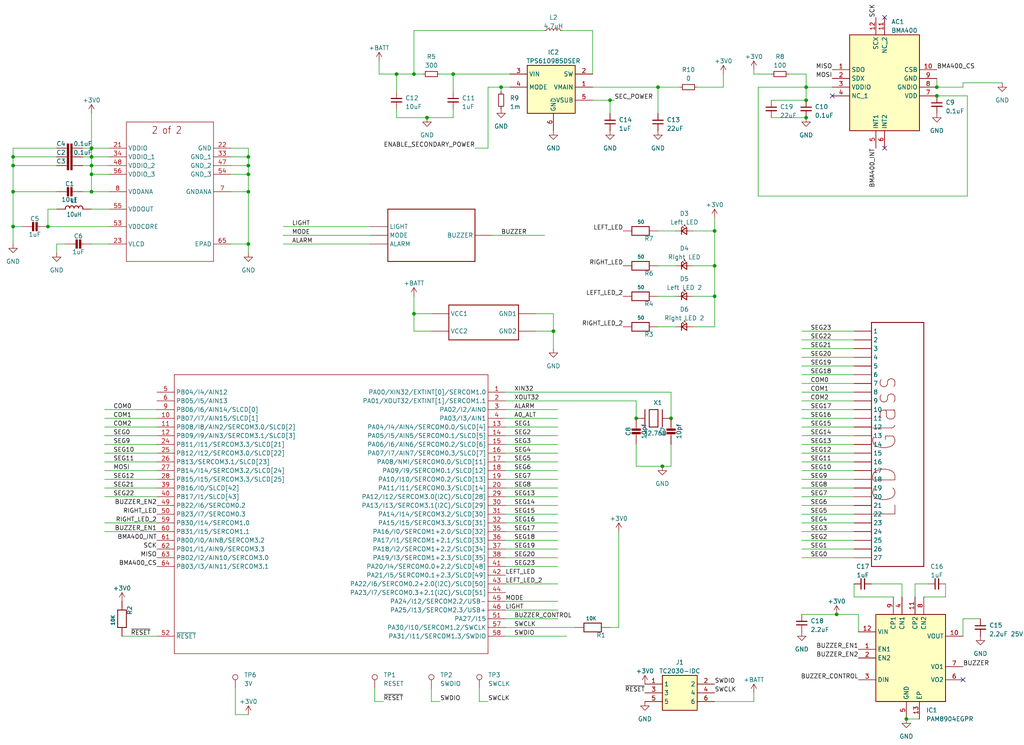
<source format=kicad_sch>
(kicad_sch (version 20230121) (generator eeschema)
  (paper "User" 298.45 217.17)
  (junction (at 3.81 55.88))
  (junction (at 72.39 48.26))
  (junction (at 234.95 29.21))
  (junction (at 146.05 25.4))
  (junction (at 26.67 43.18))
  (junction (at 3.81 66.04))
  (junction (at 120.65 91.44))
  (junction (at 273.05 27.94))
  (junction (at 234.95 34.29))
  (junction (at 72.39 71.12))
  (junction (at 124.46 34.29))
  (junction (at 273.05 25.4))
  (junction (at 185.42 121.92))
  (junction (at 161.29 96.52))
  (junction (at 26.67 45.72))
  (junction (at 193.04 135.89))
  (junction (at 26.67 55.88))
  (junction (at 208.28 86.36))
  (junction (at 26.67 50.8))
  (junction (at 26.67 48.26))
  (junction (at 3.81 45.72))
  (junction (at 208.28 67.31))
  (junction (at 195.58 121.92))
  (junction (at 115.57 21.59))
  (junction (at 72.39 55.88))
  (junction (at 191.77 25.4))
  (junction (at 243.84 179.07))
  (junction (at 264.16 209.55))
  (junction (at 234.95 25.4))
  (junction (at 3.81 48.26))
  (junction (at 132.08 21.59))
  (junction (at 208.28 77.47))
  (junction (at 72.39 50.8))
  (junction (at 120.65 21.59))
  (junction (at 13.97 66.04))
  (junction (at 177.8 29.21))
  (junction (at 72.39 45.72))
  (no_connect (at 257.81 43.18))
  (no_connect (at 257.81 5.08))
  (no_connect (at 242.57 27.94))
  (no_connect (at 280.67 198.12))
  (wire (pts (xy 72.39 55.88) (xy 72.39 71.12)) (stroke (width 0.1524)))
  (wire (pts (xy 3.81 43.18) (xy 16.51 43.18)) (stroke (width 0.1524)))
  (wire (pts (xy 208.28 204.47) (xy 219.71 204.47)))
  (wire (pts (xy 132.08 21.59) (xy 132.08 26.67)))
  (wire (pts (xy 162.56 177.8) (xy 147.32 177.8)) (stroke (width 0.1524)))
  (wire (pts (xy 233.68 139.7) (xy 248.92 139.7)) (stroke (width 0.1524)))
  (wire (pts (xy 30.48 132.08) (xy 45.72 132.08)) (stroke (width 0.1524)))
  (wire (pts (xy 13.97 60.96) (xy 13.97 66.04)) (stroke (width 0.1524)))
  (wire (pts (xy 3.81 48.26) (xy 3.81 45.72)) (stroke (width 0.1524)))
  (wire (pts (xy 6.35 66.04) (xy 3.81 66.04)) (stroke (width 0.1524)))
  (wire (pts (xy 3.81 66.04) (xy 3.81 55.88)) (stroke (width 0.1524)))
  (wire (pts (xy 26.67 50.8) (xy 31.75 50.8)) (stroke (width 0.1524)))
  (wire (pts (xy 219.71 21.59) (xy 224.79 21.59)))
  (wire (pts (xy 243.84 179.07) (xy 250.19 179.07)))
  (wire (pts (xy 191.77 25.4) (xy 198.12 25.4)))
  (wire (pts (xy 233.68 152.4) (xy 248.92 152.4)) (stroke (width 0.1524)))
  (wire (pts (xy 250.19 184.15) (xy 250.19 179.07)))
  (wire (pts (xy 193.04 135.89) (xy 185.42 135.89)))
  (wire (pts (xy 147.32 157.48) (xy 162.56 157.48)) (stroke (width 0.1524)))
  (wire (pts (xy 219.71 204.47) (xy 219.71 201.93)))
  (wire (pts (xy 233.68 142.24) (xy 248.92 142.24)) (stroke (width 0.1524)))
  (wire (pts (xy 233.68 96.52) (xy 248.92 96.52)) (stroke (width 0.1524)))
  (wire (pts (xy 180.34 154.94) (xy 180.34 182.88)) (stroke (width 0.1524)))
  (wire (pts (xy 3.81 45.72) (xy 3.81 43.18)) (stroke (width 0.1524)))
  (wire (pts (xy 191.77 95.25) (xy 196.85 95.25)))
  (wire (pts (xy 191.77 67.31) (xy 196.85 67.31)))
  (wire (pts (xy 158.75 8.89) (xy 120.65 8.89)))
  (wire (pts (xy 234.95 25.4) (xy 220.98 25.4)))
  (wire (pts (xy 115.57 21.59) (xy 115.57 26.67)))
  (wire (pts (xy 220.98 25.4) (xy 220.98 57.15)))
  (wire (pts (xy 219.71 20.32) (xy 219.71 21.59)))
  (wire (pts (xy 139.7 204.47) (xy 142.24 204.47)))
  (wire (pts (xy 109.22 200.66) (xy 109.22 204.47)))
  (wire (pts (xy 26.67 50.8) (xy 26.67 48.26)) (stroke (width 0.1524)))
  (wire (pts (xy 224.79 34.29) (xy 234.95 34.29)))
  (wire (pts (xy 147.32 139.7) (xy 162.56 139.7)) (stroke (width 0.1524)))
  (wire (pts (xy 31.75 48.26) (xy 26.67 48.26)) (stroke (width 0.1524)))
  (wire (pts (xy 30.48 127) (xy 45.72 127)) (stroke (width 0.1524)))
  (wire (pts (xy 172.72 8.89) (xy 163.83 8.89)))
  (wire (pts (xy 233.68 144.78) (xy 248.92 144.78)) (stroke (width 0.1524)))
  (wire (pts (xy 208.28 63.5) (xy 208.28 67.31)))
  (wire (pts (xy 147.32 132.08) (xy 162.56 132.08)) (stroke (width 0.1524)))
  (wire (pts (xy 107.95 66.04) (xy 82.55 66.04)) (stroke (width 0.1524)))
  (wire (pts (xy 233.68 160.02) (xy 248.92 160.02)) (stroke (width 0.1524)))
  (wire (pts (xy 128.27 21.59) (xy 132.08 21.59)))
  (wire (pts (xy 107.95 71.12) (xy 82.55 71.12)) (stroke (width 0.1524)))
  (wire (pts (xy 26.67 43.18) (xy 24.13 43.18)) (stroke (width 0.1524)))
  (wire (pts (xy 67.31 71.12) (xy 72.39 71.12)) (stroke (width 0.1524)))
  (wire (pts (xy 30.48 154.94) (xy 45.72 154.94)) (stroke (width 0.1524)))
  (wire (pts (xy 26.67 45.72) (xy 26.67 43.18)) (stroke (width 0.1524)))
  (wire (pts (xy 248.92 173.99) (xy 248.92 170.18)))
  (wire (pts (xy 273.05 25.4) (xy 280.67 25.4)))
  (wire (pts (xy 260.35 173.99) (xy 248.92 173.99)))
  (wire (pts (xy 115.57 21.59) (xy 110.49 21.59)))
  (wire (pts (xy 67.31 45.72) (xy 72.39 45.72)) (stroke (width 0.1524)))
  (wire (pts (xy 233.68 149.86) (xy 248.92 149.86)) (stroke (width 0.1524)))
  (wire (pts (xy 233.68 157.48) (xy 248.92 157.48)) (stroke (width 0.1524)))
  (wire (pts (xy 30.48 139.7) (xy 45.72 139.7)) (stroke (width 0.1524)))
  (wire (pts (xy 269.24 173.99) (xy 275.59 173.99)))
  (wire (pts (xy 82.55 68.58) (xy 107.95 68.58)) (stroke (width 0.1524)))
  (wire (pts (xy 26.67 45.72) (xy 24.13 45.72)) (stroke (width 0.1524)))
  (wire (pts (xy 147.32 182.88) (xy 167.64 182.88)) (stroke (width 0.1524)))
  (wire (pts (xy 147.32 142.24) (xy 162.56 142.24)) (stroke (width 0.1524)))
  (wire (pts (xy 220.98 57.15) (xy 281.94 57.15)))
  (wire (pts (xy 229.87 21.59) (xy 234.95 21.59)))
  (wire (pts (xy 233.68 99.06) (xy 248.92 99.06)) (stroke (width 0.1524)))
  (wire (pts (xy 16.51 71.12) (xy 19.05 71.12)) (stroke (width 0.1524)))
  (wire (pts (xy 147.32 129.54) (xy 162.56 129.54)) (stroke (width 0.1524)))
  (wire (pts (xy 205.74 67.31) (xy 208.28 67.31)) (stroke (width 0.1524)))
  (wire (pts (xy 233.68 162.56) (xy 248.92 162.56)) (stroke (width 0.1524)))
  (wire (pts (xy 262.89 170.18) (xy 254 170.18)))
  (wire (pts (xy 16.51 55.88) (xy 3.81 55.88)) (stroke (width 0.1524)))
  (wire (pts (xy 138.43 43.18) (xy 142.24 43.18)))
  (wire (pts (xy 172.72 29.21) (xy 177.8 29.21)))
  (wire (pts (xy 16.51 48.26) (xy 3.81 48.26)) (stroke (width 0.1524)))
  (wire (pts (xy 147.32 185.42) (xy 165.1 185.42)) (stroke (width 0.1524)))
  (wire (pts (xy 177.8 29.21) (xy 177.8 33.02)))
  (wire (pts (xy 120.65 8.89) (xy 120.65 21.59)))
  (wire (pts (xy 233.68 179.07) (xy 243.84 179.07)))
  (wire (pts (xy 161.29 96.52) (xy 161.29 101.6)) (stroke (width 0.1524)))
  (wire (pts (xy 24.13 55.88) (xy 26.67 55.88)) (stroke (width 0.1524)))
  (wire (pts (xy 68.58 200.66) (xy 68.58 208.28)))
  (wire (pts (xy 233.68 154.94) (xy 248.92 154.94)) (stroke (width 0.1524)))
  (wire (pts (xy 248.92 116.84) (xy 233.68 116.84)) (stroke (width 0.1524)))
  (wire (pts (xy 35.56 185.42) (xy 45.72 185.42)) (stroke (width 0.1524)))
  (wire (pts (xy 72.39 48.26) (xy 72.39 50.8)) (stroke (width 0.1524)))
  (wire (pts (xy 72.39 43.18) (xy 72.39 45.72)) (stroke (width 0.1524)))
  (wire (pts (xy 233.68 132.08) (xy 248.92 132.08)) (stroke (width 0.1524)))
  (wire (pts (xy 31.75 45.72) (xy 26.67 45.72)) (stroke (width 0.1524)))
  (wire (pts (xy 242.57 25.4) (xy 234.95 25.4)))
  (wire (pts (xy 233.68 129.54) (xy 248.92 129.54)) (stroke (width 0.1524)))
  (wire (pts (xy 16.51 45.72) (xy 3.81 45.72)) (stroke (width 0.1524)))
  (wire (pts (xy 45.72 124.46) (xy 30.48 124.46)) (stroke (width 0.1524)))
  (wire (pts (xy 275.59 173.99) (xy 275.59 170.18)))
  (wire (pts (xy 233.68 104.14) (xy 248.92 104.14)) (stroke (width 0.1524)))
  (wire (pts (xy 67.31 48.26) (xy 72.39 48.26)) (stroke (width 0.1524)))
  (wire (pts (xy 234.95 21.59) (xy 234.95 25.4)))
  (wire (pts (xy 162.56 121.92) (xy 147.32 121.92)) (stroke (width 0.1524)))
  (wire (pts (xy 120.65 96.52) (xy 125.73 96.52)) (stroke (width 0.1524)))
  (wire (pts (xy 147.32 152.4) (xy 162.56 152.4)) (stroke (width 0.1524)))
  (wire (pts (xy 68.58 208.28) (xy 72.39 208.28)))
  (wire (pts (xy 233.68 127) (xy 248.92 127)) (stroke (width 0.1524)))
  (wire (pts (xy 273.05 27.94) (xy 281.94 27.94)))
  (wire (pts (xy 147.32 144.78) (xy 162.56 144.78)) (stroke (width 0.1524)))
  (wire (pts (xy 162.56 170.18) (xy 147.32 170.18)) (stroke (width 0.1524)))
  (wire (pts (xy 125.73 204.47) (xy 128.27 204.47)))
  (wire (pts (xy 115.57 34.29) (xy 115.57 31.75)))
  (wire (pts (xy 125.73 200.66) (xy 125.73 204.47)))
  (wire (pts (xy 31.75 66.04) (xy 13.97 66.04)) (stroke (width 0.1524)))
  (wire (pts (xy 233.68 121.92) (xy 248.92 121.92)) (stroke (width 0.1524)))
  (wire (pts (xy 31.75 43.18) (xy 26.67 43.18)) (stroke (width 0.1524)))
  (wire (pts (xy 172.72 21.59) (xy 172.72 8.89)))
  (wire (pts (xy 16.51 60.96) (xy 13.97 60.96)) (stroke (width 0.1524)))
  (wire (pts (xy 125.73 91.44) (xy 120.65 91.44)) (stroke (width 0.1524)))
  (wire (pts (xy 233.68 109.22) (xy 248.92 109.22)) (stroke (width 0.1524)))
  (wire (pts (xy 147.32 114.3) (xy 195.58 114.3)) (stroke (width 0.1524)))
  (wire (pts (xy 142.24 25.4) (xy 146.05 25.4)))
  (wire (pts (xy 156.21 96.52) (xy 161.29 96.52)) (stroke (width 0.1524)))
  (wire (pts (xy 266.7 173.99) (xy 266.7 170.18)))
  (wire (pts (xy 67.31 43.18) (xy 72.39 43.18)) (stroke (width 0.1524)))
  (wire (pts (xy 280.67 24.13) (xy 292.1 24.13)))
  (wire (pts (xy 109.22 204.47) (xy 111.76 204.47)))
  (wire (pts (xy 201.93 86.36) (xy 208.28 86.36)))
  (wire (pts (xy 185.42 116.84) (xy 147.32 116.84)) (stroke (width 0.1524)))
  (wire (pts (xy 248.92 114.3) (xy 233.68 114.3)) (stroke (width 0.1524)))
  (wire (pts (xy 280.67 180.34) (xy 285.75 180.34)))
  (wire (pts (xy 201.93 77.47) (xy 205.74 77.47)))
  (wire (pts (xy 31.75 55.88) (xy 26.67 55.88)) (stroke (width 0.1524)))
  (wire (pts (xy 195.58 114.3) (xy 195.58 121.92)) (stroke (width 0.1524)))
  (wire (pts (xy 162.56 180.34) (xy 147.32 180.34)) (stroke (width 0.1524)))
  (wire (pts (xy 147.32 124.46) (xy 162.56 124.46)) (stroke (width 0.1524)))
  (wire (pts (xy 172.72 25.4) (xy 191.77 25.4)))
  (wire (pts (xy 132.08 31.75) (xy 132.08 34.29)))
  (wire (pts (xy 162.56 119.38) (xy 147.32 119.38)) (stroke (width 0.1524)))
  (wire (pts (xy 16.51 73.66) (xy 16.51 71.12)) (stroke (width 0.1524)))
  (wire (pts (xy 191.77 77.47) (xy 196.85 77.47)))
  (wire (pts (xy 26.67 48.26) (xy 24.13 48.26)) (stroke (width 0.1524)))
  (wire (pts (xy 233.68 101.6) (xy 248.92 101.6)) (stroke (width 0.1524)))
  (wire (pts (xy 273.05 22.86) (xy 273.05 25.4)))
  (wire (pts (xy 146.05 25.4) (xy 148.59 25.4)))
  (wire (pts (xy 191.77 86.36) (xy 196.85 86.36)))
  (wire (pts (xy 30.48 142.24) (xy 45.72 142.24)) (stroke (width 0.1524)))
  (wire (pts (xy 72.39 50.8) (xy 72.39 55.88)) (stroke (width 0.1524)))
  (wire (pts (xy 185.42 121.92) (xy 185.42 116.84)) (stroke (width 0.1524)))
  (wire (pts (xy 67.31 50.8) (xy 72.39 50.8)) (stroke (width 0.1524)))
  (wire (pts (xy 142.24 43.18) (xy 142.24 25.4)))
  (wire (pts (xy 208.28 67.31) (xy 208.28 77.47)) (stroke (width 0.1524)))
  (wire (pts (xy 132.08 21.59) (xy 148.59 21.59)))
  (wire (pts (xy 201.93 95.25) (xy 208.28 95.25)))
  (wire (pts (xy 201.93 67.31) (xy 205.74 67.31)))
  (wire (pts (xy 262.89 173.99) (xy 262.89 170.18)))
  (wire (pts (xy 147.32 134.62) (xy 162.56 134.62)) (stroke (width 0.1524)))
  (wire (pts (xy 3.81 55.88) (xy 3.81 48.26)) (stroke (width 0.1524)))
  (wire (pts (xy 72.39 55.88) (xy 67.31 55.88)) (stroke (width 0.1524)))
  (wire (pts (xy 147.32 162.56) (xy 162.56 162.56)) (stroke (width 0.1524)))
  (wire (pts (xy 72.39 71.12) (xy 72.39 73.66)) (stroke (width 0.1524)))
  (wire (pts (xy 110.49 21.59) (xy 110.49 17.78)))
  (wire (pts (xy 205.74 77.47) (xy 208.28 77.47)) (stroke (width 0.1524)))
  (wire (pts (xy 147.32 165.1) (xy 162.56 165.1)) (stroke (width 0.1524)))
  (wire (pts (xy 233.68 147.32) (xy 248.92 147.32)) (stroke (width 0.1524)))
  (wire (pts (xy 147.32 147.32) (xy 162.56 147.32)) (stroke (width 0.1524)))
  (wire (pts (xy 161.29 91.44) (xy 161.29 96.52)) (stroke (width 0.1524)))
  (wire (pts (xy 124.46 34.29) (xy 115.57 34.29)))
  (wire (pts (xy 30.48 137.16) (xy 45.72 137.16)) (stroke (width 0.1524)))
  (wire (pts (xy 203.2 25.4) (xy 210.82 25.4)))
  (wire (pts (xy 248.92 111.76) (xy 233.68 111.76)) (stroke (width 0.1524)))
  (wire (pts (xy 185.42 135.89) (xy 185.42 129.54)))
  (wire (pts (xy 281.94 27.94) (xy 281.94 57.15)))
  (wire (pts (xy 158.75 68.58) (xy 143.51 68.58)) (stroke (width 0.1524)))
  (wire (pts (xy 210.82 25.4) (xy 210.82 21.59)))
  (wire (pts (xy 233.68 106.68) (xy 248.92 106.68)) (stroke (width 0.1524)))
  (wire (pts (xy 233.68 137.16) (xy 248.92 137.16)) (stroke (width 0.1524)))
  (wire (pts (xy 30.48 134.62) (xy 45.72 134.62)) (stroke (width 0.1524)))
  (wire (pts (xy 120.65 21.59) (xy 123.19 21.59)))
  (wire (pts (xy 147.32 149.86) (xy 162.56 149.86)) (stroke (width 0.1524)))
  (wire (pts (xy 208.28 95.25) (xy 208.28 86.36)))
  (wire (pts (xy 31.75 71.12) (xy 26.67 71.12)) (stroke (width 0.1524)))
  (wire (pts (xy 26.67 48.26) (xy 26.67 45.72)) (stroke (width 0.1524)))
  (wire (pts (xy 161.29 91.44) (xy 156.21 91.44)) (stroke (width 0.1524)))
  (wire (pts (xy 266.7 170.18) (xy 270.51 170.18)))
  (wire (pts (xy 233.68 134.62) (xy 248.92 134.62)) (stroke (width 0.1524)))
  (wire (pts (xy 280.67 25.4) (xy 280.67 24.13)))
  (wire (pts (xy 139.7 200.66) (xy 139.7 204.47)))
  (wire (pts (xy 234.95 25.4) (xy 234.95 29.21)))
  (wire (pts (xy 177.8 29.21) (xy 179.07 29.21)))
  (wire (pts (xy 45.72 121.92) (xy 30.48 121.92)) (stroke (width 0.1524)))
  (wire (pts (xy 120.65 21.59) (xy 115.57 21.59)))
  (wire (pts (xy 233.68 119.38) (xy 248.92 119.38)) (stroke (width 0.1524)))
  (wire (pts (xy 72.39 45.72) (xy 72.39 48.26)) (stroke (width 0.1524)))
  (wire (pts (xy 30.48 129.54) (xy 45.72 129.54)) (stroke (width 0.1524)))
  (wire (pts (xy 264.16 209.55) (xy 267.97 209.55)))
  (wire (pts (xy 147.32 154.94) (xy 162.56 154.94)) (stroke (width 0.1524)))
  (wire (pts (xy 195.58 129.54) (xy 195.58 135.89)))
  (wire (pts (xy 208.28 86.36) (xy 208.28 77.47)))
  (wire (pts (xy 146.05 25.4) (xy 146.05 26.67)))
  (wire (pts (xy 224.79 29.21) (xy 234.95 29.21)))
  (wire (pts (xy 147.32 160.02) (xy 162.56 160.02)) (stroke (width 0.1524)))
  (wire (pts (xy 132.08 34.29) (xy 124.46 34.29)))
  (wire (pts (xy 26.67 55.88) (xy 26.67 50.8)) (stroke (width 0.1524)))
  (wire (pts (xy 162.56 175.26) (xy 147.32 175.26)) (stroke (width 0.1524)))
  (wire (pts (xy 30.48 152.4) (xy 45.72 152.4)) (stroke (width 0.1524)))
  (wire (pts (xy 177.8 182.88) (xy 180.34 182.88)) (stroke (width 0.1524)))
  (wire (pts (xy 30.48 144.78) (xy 45.72 144.78)) (stroke (width 0.1524)))
  (wire (pts (xy 45.72 119.38) (xy 30.48 119.38)) (stroke (width 0.1524)))
  (wire (pts (xy 31.75 60.96) (xy 26.67 60.96)) (stroke (width 0.1524)))
  (wire (pts (xy 147.32 137.16) (xy 162.56 137.16)) (stroke (width 0.1524)))
  (wire (pts (xy 233.68 124.46) (xy 248.92 124.46)) (stroke (width 0.1524)))
  (wire (pts (xy 280.67 185.42) (xy 280.67 180.34)))
  (wire (pts (xy 191.77 25.4) (xy 191.77 33.02)))
  (wire (pts (xy 147.32 127) (xy 162.56 127)) (stroke (width 0.1524)))
  (wire (pts (xy 195.58 135.89) (xy 193.04 135.89)))
  (wire (pts (xy 120.65 86.36) (xy 120.65 91.44)) (stroke (width 0.1524)))
  (wire (pts (xy 120.65 91.44) (xy 120.65 96.52)) (stroke (width 0.1524)))
  (wire (pts (xy 26.67 43.18) (xy 26.67 33.02)) (stroke (width 0.1524)))
  (wire (pts (xy 3.81 66.04) (xy 3.81 71.12)) (stroke (width 0.1524)))
  (text "Based on: arm-watch by @gregdavill, GoodWatch by\n@travisgoodspeed, and Pluto by Lukas K / carrotIndustries" (at 217.17 226.06 0) (effects (font (size 1.778 1.5113)) (justify left bottom)))
  (label "MISO" (at 45.72 162.56 180))
  (label "SEG10" (at 33.02 132.08 0) (effects (font (size 1.2446 1.2446))))
  (label "LEFT_LED_2" (at 181.61 86.36 180) (effects (font (size 1.2446 1.2446))))
  (label "MOSI" (at 242.57 22.86 180))
  (label "SEG21" (at 236.22 101.6 0) (effects (font (size 1.2446 1.2446))))
  (label "SEG3" (at 149.86 129.54 0) (effects (font (size 1.2446 1.2446))))
  (label "RIGHT_LED_2" (at 45.72 152.4 180) (effects (font (size 1.2446 1.2446))))
  (label "SEG11" (at 236.22 134.62 0) (effects (font (size 1.2446 1.2446))))
  (label "SEG12" (at 236.22 132.08 0) (effects (font (size 1.2446 1.2446))))
  (label "SWCLK" (at 142.24 204.47 0) (effects (font (size 1.2446 1.2446))))
  (label "MODE" (at 147.32 175.26 0) (effects (font (size 1.2446 1.2446))))
  (label "SEG2" (at 236.22 157.48 0) (effects (font (size 1.2446 1.2446))))
  (label "COM0" (at 33.02 119.38 0) (effects (font (size 1.2446 1.2446))))
  (label "SEG5" (at 236.22 149.86 0) (effects (font (size 1.2446 1.2446))))
  (label "ENABLE_SECONDARY_POWER" (at 138.43 43.18 180))
  (label "SEG5" (at 149.86 134.62 0) (effects (font (size 1.2446 1.2446))))
  (label "SEC_POWER" (at 179.07 29.21 0))
  (label "SEG12" (at 33.02 139.7 0) (effects (font (size 1.2446 1.2446))))
  (label "SEG2" (at 149.86 127 0) (effects (font (size 1.2446 1.2446))))
  (label "XIN32" (at 149.86 114.3 0) (effects (font (size 1.2446 1.2446))))
  (label "SEG3" (at 236.22 154.94 0) (effects (font (size 1.2446 1.2446))))
  (label "SEG22" (at 236.22 99.06 0) (effects (font (size 1.2446 1.2446))))
  (label "SEG15" (at 149.86 149.86 0) (effects (font (size 1.2446 1.2446))))
  (label "SEG10" (at 236.22 137.16 0) (effects (font (size 1.2446 1.2446))))
  (label "SEG16" (at 236.22 121.92 0) (effects (font (size 1.2446 1.2446))))
  (label "SEG23" (at 236.22 96.52 0) (effects (font (size 1.2446 1.2446))))
  (label "SEG20" (at 236.22 104.14 0) (effects (font (size 1.2446 1.2446))))
  (label "XOUT32" (at 149.86 116.84 0) (effects (font (size 1.2446 1.2446))))
  (label "SEG9" (at 236.22 139.7 0) (effects (font (size 1.2446 1.2446))))
  (label "SEG8" (at 236.22 142.24 0) (effects (font (size 1.2446 1.2446))))
  (label "LEFT_LED" (at 147.32 167.64 0) (effects (font (size 1.2446 1.2446))))
  (label "SEG18" (at 149.86 157.48 0) (effects (font (size 1.2446 1.2446))))
  (label "SEG0" (at 236.22 162.56 0) (effects (font (size 1.2446 1.2446))))
  (label "SWDIO" (at 149.86 185.42 0) (effects (font (size 1.2446 1.2446))))
  (label "BMA400_CS" (at 45.72 165.1 180))
  (label "COM1" (at 236.22 114.3 0) (effects (font (size 1.2446 1.2446))))
  (label "SWDIO" (at 128.27 204.47 0) (effects (font (size 1.2446 1.2446))))
  (label "RIGHT_LED" (at 181.61 77.47 180) (effects (font (size 1.2446 1.2446))))
  (label "A0_ALT" (at 149.86 121.92 0) (effects (font (size 1.2446 1.2446))))
  (label "SEG0" (at 33.02 127 0) (effects (font (size 1.2446 1.2446))))
  (label "BMA400_CS" (at 273.05 20.32 0))
  (label "SEG18" (at 236.22 109.22 0) (effects (font (size 1.2446 1.2446))))
  (label "LEFT_LED_2" (at 147.32 170.18 0) (effects (font (size 1.2446 1.2446))))
  (label "ALARM" (at 85.09 71.12 0) (effects (font (size 1.2446 1.2446))))
  (label "BUZZER" (at 280.67 194.31 0))
  (label "SEG1" (at 236.22 160.02 0) (effects (font (size 1.2446 1.2446))))
  (label "SEG16" (at 149.86 152.4 0) (effects (font (size 1.2446 1.2446))))
  (label "SEG13" (at 149.86 144.78 0) (effects (font (size 1.2446 1.2446))))
  (label "~{RESET}" (at 187.96 201.93 180) (effects (font (size 1.2446 1.2446))))
  (label "SEG8" (at 149.86 142.24 0) (effects (font (size 1.2446 1.2446))))
  (label "SEG21" (at 33.02 142.24 0) (effects (font (size 1.2446 1.2446))))
  (label "SEG7" (at 236.22 144.78 0) (effects (font (size 1.2446 1.2446))))
  (label "COM1" (at 33.02 121.92 0) (effects (font (size 1.2446 1.2446))))
  (label "SEG9" (at 33.02 129.54 0) (effects (font (size 1.2446 1.2446))))
  (label "BUZZER_EN1" (at 45.72 154.94 180))
  (label "SEG22" (at 33.02 144.78 0) (effects (font (size 1.2446 1.2446))))
  (label "SEG14" (at 236.22 127 0) (effects (font (size 1.2446 1.2446))))
  (label "SCK" (at 45.72 160.02 180))
  (label "SEG23" (at 149.86 165.1 0) (effects (font (size 1.2446 1.2446))))
  (label "BUZZER" (at 146.05 68.58 0) (effects (font (size 1.2446 1.2446))))
  (label "LIGHT" (at 85.09 66.04 0) (effects (font (size 1.2446 1.2446))))
  (label "MISO" (at 242.57 20.32 180))
  (label "SEG17" (at 236.22 119.38 0) (effects (font (size 1.2446 1.2446))))
  (label "SEG1" (at 149.86 124.46 0) (effects (font (size 1.2446 1.2446))))
  (label "MODE" (at 85.09 68.58 0) (effects (font (size 1.2446 1.2446))))
  (label "~{RESET}" (at 111.76 204.47 0) (effects (font (size 1.2446 1.2446))))
  (label "SWDIO" (at 208.28 199.39 0) (effects (font (size 1.2446 1.2446))))
  (label "BUZZER_EN2" (at 250.19 191.77 180))
  (label "SEG7" (at 149.86 139.7 0) (effects (font (size 1.2446 1.2446))))
  (label "SEG11" (at 33.02 134.62 0) (effects (font (size 1.2446 1.2446))))
  (label "SEG13" (at 236.22 129.54 0) (effects (font (size 1.2446 1.2446))))
  (label "MOSI" (at 33.02 137.16 0))
  (label "~{RESET}" (at 38.1 185.42 0) (effects (font (size 1.2446 1.2446))))
  (label "SEG4" (at 149.86 132.08 0) (effects (font (size 1.2446 1.2446))))
  (label "SEG19" (at 149.86 160.02 0) (effects (font (size 1.2446 1.2446))))
  (label "SEG14" (at 149.86 147.32 0) (effects (font (size 1.2446 1.2446))))
  (label "LEFT_LED" (at 181.61 67.31 180) (effects (font (size 1.2446 1.2446))))
  (label "SEG6" (at 236.22 147.32 0) (effects (font (size 1.2446 1.2446))))
  (label "SCK" (at 255.27 5.08 90))
  (label "LIGHT" (at 147.32 177.8 0) (effects (font (size 1.2446 1.2446))))
  (label "SEG15" (at 236.22 124.46 0) (effects (font (size 1.2446 1.2446))))
  (label "SEG17" (at 149.86 154.94 0) (effects (font (size 1.2446 1.2446))))
  (label "BUZZER_CONTROL" (at 250.19 198.12 180) (effects (font (size 1.2446 1.2446))))
  (label "BMA400_INT" (at 255.27 43.18 270))
  (label "SEG19" (at 236.22 106.68 0) (effects (font (size 1.2446 1.2446))))
  (label "BUZZER_CONTROL" (at 149.86 180.34 0) (effects (font (size 1.2446 1.2446))))
  (label "BMA400_INT" (at 45.72 157.48 180))
  (label "ALARM" (at 149.86 119.38 0) (effects (font (size 1.2446 1.2446))))
  (label "RIGHT_LED" (at 45.72 149.86 180) (effects (font (size 1.2446 1.2446))))
  (label "BUZZER_EN2" (at 45.72 147.32 180))
  (label "COM2" (at 236.22 116.84 0) (effects (font (size 1.2446 1.2446))))
  (label "SEG6" (at 149.86 137.16 0) (effects (font (size 1.2446 1.2446))))
  (label "RIGHT_LED_2" (at 181.61 95.25 180) (effects (font (size 1.2446 1.2446))))
  (label "COM2" (at 33.02 124.46 0) (effects (font (size 1.2446 1.2446))))
  (label "SEG4" (at 236.22 152.4 0) (effects (font (size 1.2446 1.2446))))
  (label "COM0" (at 236.22 111.76 0) (effects (font (size 1.2446 1.2446))))
  (label "BUZZER_EN1" (at 250.19 189.23 180))
  (label "SWCLK" (at 208.28 201.93 0) (effects (font (size 1.2446 1.2446))))
  (label "SEG20" (at 149.86 162.56 0) (effects (font (size 1.2446 1.2446))))
  (label "SWCLK" (at 149.86 182.88 0) (effects (font (size 1.2446 1.2446))))
  (symbol (lib_id "power:+BATT") (at 219.71 201.93 0) (unit 1)
    (property "Reference" "#PWR06" (effects hide))
    (property "Value" "+BATT" (at 219.71 198.12 0))
  )
  (symbol (lib_id "Device:LED_Small") (at 199.39 77.47 0) (unit 1)
    (property "Reference" "D4" (at 199.4535 72.39 0))
    (property "Value" "Right LED" (at 199.4535 74.93 0))
    (property "Footprint" "KevinsFootprints:LED_APHD1608LZGCK" (effects hide))
    (property "Part" "APHD1608LZGCK (GREEN)" (effects hide))
  )
  (symbol (lib_id "power:+3V0") (at 219.71 20.32 0) (unit 1)
    (property "Reference" "#PWR010" (effects hide))
    (property "Value" "+3V0" (at 219.71 16.51 0))
  )
  (symbol (lib_id "OSO-SWAT-A1-05-eagle-import:RESISTOR_0603MP") (at 186.69 67.31 180) (unit 1)
    (property "Reference" "R7" (at 190.5 68.8086 0) (effects (justify left bottom)))
    (property "Value" "50" (at 187.96 64.008 0) (effects (font (size 1.016 1.016) bold) (justify left bottom)))
    (property "Footprint" "OSO-SWAT-A1-05:_0402MP" (effects hide))
  )
  (symbol (lib_id "power:GND") (at 161.29 38.1 0) (unit 1)
    (property "Reference" "#PWR029" (effects hide))
    (property "Value" "GND" (at 161.29 43.18 0))
  )
  (symbol (lib_id "Device:R_Small") (at 227.33 21.59 90) (unit 1)
    (property "Reference" "R8" (at 227.33 16.51 90))
    (property "Value" "100" (at 227.33 19.05 90))
    (property "Footprint" "OSO-SWAT-A1-05:_0402MP" (effects hide))
    (property "Part" "Vishay Dale CRCW0402300RJNED" (effects hide))
  )
  (symbol (lib_id "OSO-SWAT-A1-05-eagle-import:ATSAML22J18A-MUT") (at 96.52 149.86 0) (unit 1)
    (property "Reference" "U1" (effects hide))
    (property "Value" "ATSAML22J18A-MUT" (effects hide))
    (property "Footprint" "OSO-SWAT-A1-05:QFN64_9X9MC_MCH" (effects hide))
  )
  (symbol (lib_id "Device:C_Small") (at 132.08 29.21 0) (unit 1)
    (property "Reference" "C11" (at 134.62 28.5813 0) (effects (justify left)))
    (property "Value" "1uF" (at 134.62 31.1213 0) (effects (justify left)))
    (property "Footprint" "OSO-SWAT-A1-05:_0402MP" (effects hide))
  )
  (symbol (lib_id "power:GND") (at 16.51 73.66 0) (unit 1)
    (property "Reference" "#PWR019" (effects hide))
    (property "Value" "GND" (at 16.51 78.74 0))
  )
  (symbol (lib_id "KevinsSymbols:SENSOR-WATCH-TAG-CONNECT") (at 259.08 127 270) (unit 3)
    (property "Reference" "O1" (effects hide))
    (property "Footprint" "KevinsFootprints:CASIO-F91W-OUTLINE-TAG-CONNECT" (effects hide))
  )
  (symbol (lib_id "power:+3V0") (at 35.56 175.26 0) (unit 1)
    (property "Reference" "#PWR05" (effects hide))
    (property "Value" "+3V0" (at 35.56 171.45 0))
  )
  (symbol (lib_id "power:GND") (at 72.39 73.66 0) (unit 1)
    (property "Reference" "#PWR018" (effects hide))
    (property "Value" "GND" (at 72.39 78.74 0))
  )
  (symbol (lib_id "Device:C_Small") (at 285.75 182.88 0) (unit 1)
    (property "Reference" "C15" (at 288.29 182.2513 0) (effects (justify left)))
    (property "Value" "2.2uF 25V" (at 288.29 184.7913 0) (effects (justify left)))
    (property "Footprint" "OSO-SWAT-A1-05:_0402MP" (effects hide))
  )
  (symbol (lib_id "power:+3V0") (at 26.67 33.02 0) (unit 1)
    (property "Reference" "#PWR04" (effects hide))
    (property "Value" "+3V0" (at 26.67 29.21 0))
  )
  (symbol (lib_id "KevinsSymbols:TC2030-IDC") (at 187.96 199.39 0) (unit 1)
    (property "Reference" "J1" (at 198.12 193.04 0))
    (property "Value" "TC2030-IDC" (at 198.12 195.58 0))
    (property "Footprint" "KevinsFootprints:TC2030IDC" (effects hide))
    (property "Datasheet" "https://datasheet.datasheetarchive.com/originals/distributors/Datasheets_SAMA/62bc384e093448baaaa63dbd0b9d8707.pdf" (effects hide))
    (property "Height" "19" (effects hide))
    (property "Manufacturer_Name" "Tag Connect" (effects hide))
    (property "Manufacturer_Part_Number" "TC2030-IDC" (effects hide))
  )
  (symbol (lib_id "KevinsSymbols:BMA400") (at 242.57 20.32 0) (unit 1)
    (property "Reference" "AC1" (at 259.7659 6.35 0) (effects (justify left)))
    (property "Value" "BMA400" (at 259.7659 8.89 0) (effects (justify left)))
    (property "Footprint" "KevinsFootprints:BOSCH_LGA-12" (effects hide))
    (property "Datasheet" "https://componentsearchengine.com//BMA400.pdf" (effects hide))
    (property "Mouser2 Part Number" "262-BMA400" (effects hide))
    (property "Mouser2 Price/Stock" "https://www.mouser.com/Search/Refine.aspx?Keyword=262-BMA400" (effects hide))
    (property "Manufacturer_Name" "BOSCH" (effects hide))
    (property "Manufacturer_Part_Number" "BMA400" (effects hide))
  )
  (symbol (lib_id "OSO-SWAT-A1-05-eagle-import:RESISTOR_0603MP") (at 186.69 95.25 180) (unit 1)
    (property "Reference" "R3" (at 190.5 96.7486 0) (effects (justify left bottom)))
    (property "Value" "50" (at 187.96 91.948 0) (effects (font (size 1.016 1.016) bold) (justify left bottom)))
    (property "Footprint" "OSO-SWAT-A1-05:_0402MP" (effects hide))
  )
  (symbol (lib_id "OSO-SWAT-A1-05-eagle-import:CAP_CERAMIC_0603MP") (at 19.05 45.72 270) (unit 1)
    (property "Reference" "C2" (at 17.78 44.45 90))
    (property "Value" "0.1uF" (at 24.13 44.45 90))
    (property "Footprint" "OSO-SWAT-A1-05:_0603MP" (effects hide))
  )
  (symbol (lib_id "power:GND") (at 234.95 34.29 0) (unit 1)
    (property "Reference" "#PWR025" (effects hide))
    (property "Value" "GND" (at 234.95 39.37 0))
  )
  (symbol (lib_id "power:+3V0") (at 187.96 199.39 0) (unit 1)
    (property "Reference" "#PWR07" (effects hide))
    (property "Value" "+3V0" (at 187.96 195.58 0))
  )
  (symbol (lib_id "Connector:TestPoint") (at 125.73 200.66 0) (unit 1)
    (property "Reference" "TP2" (at 128.27 196.723 0) (effects (justify left)))
    (property "Value" "SWDIO" (at 128.27 199.263 0) (effects (justify left)))
    (property "Footprint" "TestPoint:TestPoint_Pad_D1.5mm" (effects hide))
  )
  (symbol (lib_id "power:+3V0") (at 210.82 21.59 0) (unit 1)
    (property "Reference" "#PWR02" (effects hide))
    (property "Value" "+3V0" (at 210.82 17.78 0))
  )
  (symbol (lib_id "KevinsSymbols:SENSOR-WATCH-TAG-CONNECT") (at 140.97 93.98 0) (unit 1)
    (property "Reference" "O1" (effects hide))
    (property "Footprint" "KevinsFootprints:CASIO-F91W-OUTLINE-TAG-CONNECT" (effects hide))
  )
  (symbol (lib_id "OSO-SWAT-A1-05-eagle-import:CAP_CERAMIC_0603MP") (at 8.89 66.04 270) (unit 1)
    (property "Reference" "C5" (at 10.14 63.75 90))
    (property "Value" "1uF" (at 10.14 68.34 90))
    (property "Footprint" "OSO-SWAT-A1-05:_0603MP" (effects hide))
  )
  (symbol (lib_id "OSO-SWAT-A1-05-eagle-import:CAP_CERAMIC_0402MP") (at 185.42 127 0) (unit 1)
    (property "Reference" "C8" (at 183.13 125.75 90))
    (property "Value" "10pf" (at 187.72 125.75 90))
    (property "Footprint" "OSO-SWAT-A1-05:_0402MP" (effects hide))
  )
  (symbol (lib_id "Device:L_Small") (at 161.29 8.89 90) (unit 1)
    (property "Reference" "L2" (at 161.29 5.08 90))
    (property "Value" "4.7uH" (at 161.29 7.62 90))
    (property "Footprint" "KevinsFootprints:L_0805_2012Metric" (effects hide))
    (property "Part" "Wurth 74438323047" (effects hide))
  )
  (symbol (lib_id "Device:C_Small") (at 115.57 29.21 180) (unit 1)
    (property "Reference" "C12" (at 118.11 28.5686 0) (effects (justify right)))
    (property "Value" "10uF" (at 118.11 31.1086 0) (effects (justify right)))
    (property "Footprint" "OSO-SWAT-A1-05:_0603MP" (effects hide))
  )
  (symbol (lib_id "power:GND") (at 124.46 34.29 0) (unit 1)
    (property "Reference" "#PWR021" (effects hide))
    (property "Value" "GND" (at 124.46 39.37 0))
  )
  (symbol (lib_id "Device:C_Small") (at 251.46 170.18 90) (unit 1)
    (property "Reference" "C17" (at 251.4663 165.1 90))
    (property "Value" "1uF" (at 251.4663 167.64 90))
    (property "Footprint" "OSO-SWAT-A1-05:_0402MP" (effects hide))
  )
  (symbol (lib_id "power:+3V0") (at 208.28 63.5 0) (unit 1)
    (property "Reference" "#PWR03" (effects hide))
    (property "Value" "+3V0" (at 208.28 59.69 0))
  )
  (symbol (lib_id "OSO-SWAT-A1-05-eagle-import:CAP_CERAMIC_0402MP") (at 195.58 127 0) (unit 1)
    (property "Reference" "C7" (at 193.29 125.75 90))
    (property "Value" "10pf" (at 197.88 125.75 90))
    (property "Footprint" "OSO-SWAT-A1-05:_0402MP" (effects hide))
  )
  (symbol (lib_id "KevinsSymbols:PAM8904EGPR") (at 250.19 189.23 0) (unit 1)
    (property "Reference" "IC1" (at 269.9259 207.01 0) (effects (justify left)))
    (property "Value" "PAM8904EGPR" (at 269.9259 209.55 0) (effects (justify left)))
    (property "Footprint" "KevinsFootprints:PAM8904EGPR" (effects hide))
    (property "Datasheet" "https://www.diodes.com/assets/Datasheets/PAM8904E.pdf" (effects hide))
    (property "Height" "0.8" (effects hide))
    (property "Mouser2 Part Number" "621-PAM8904EGPR" (effects hide))
    (property "Mouser2 Price/Stock" "https://www.mouser.com/Search/Refine.aspx?Keyword=621-PAM8904EGPR" (effects hide))
    (property "Manufacturer_Name" "Diodes Inc." (effects hide))
    (property "Manufacturer_Part_Number" "PAM8904EGPR" (effects hide))
  )
  (symbol (lib_id "OSO-SWAT-A1-05-eagle-import:RESISTOR_0603MP") (at 35.56 180.34 270) (unit 1)
    (property "Reference" "R2" (at 37.0586 176.53 0) (effects (justify left bottom)))
    (property "Value" "10K" (at 32.258 179.07 0) (effects (font (size 1.016 1.016) bold) (justify left bottom)))
    (property "Footprint" "OSO-SWAT-A1-05:_0402MP" (effects hide))
  )
  (symbol (lib_id "Device:LED_Small") (at 199.39 95.25 0) (unit 1)
    (property "Reference" "D6" (at 199.4535 90.17 0))
    (property "Value" "Right LED 2" (at 199.4535 92.71 0))
    (property "Footprint" "KevinsFootprints:LED_APHD1608LZGCK" (effects hide))
    (property "Part" "APHD1608LVBC/D (BLUE)" (effects hide))
  )
  (symbol (lib_id "OSO-SWAT-A1-05-eagle-import:RESISTOR_0603MP") (at 186.69 86.36 180) (unit 1)
    (property "Reference" "R4" (at 190.5 87.8586 0) (effects (justify left bottom)))
    (property "Value" "50" (at 187.96 83.058 0) (effects (font (size 1.016 1.016) bold) (justify left bottom)))
    (property "Footprint" "OSO-SWAT-A1-05:_0402MP" (effects hide))
  )
  (symbol (lib_id "Connector:TestPoint") (at 68.58 200.66 0) (unit 1)
    (property "Reference" "TP6" (at 71.12 196.723 0) (effects (justify left)))
    (property "Value" "3V" (at 71.12 199.263 0) (effects (justify left)))
    (property "Footprint" "TestPoint:TestPoint_Pad_D1.5mm" (effects hide))
  )
  (symbol (lib_id "OSO-SWAT-A1-05-eagle-import:ATSAML22J18A-MUT") (at 49.53 55.88 0) (unit 2)
    (property "Reference" "U1" (effects hide))
    (property "Value" "ATSAML22J18A-MUT" (effects hide))
    (property "Footprint" "OSO-SWAT-A1-05:QFN64_9X9MC_MCH" (effects hide))
  )
  (symbol (lib_id "power:GND") (at 177.8 38.1 0) (unit 1)
    (property "Reference" "#PWR023" (effects hide))
    (property "Value" "GND" (at 177.8 43.18 0))
  )
  (symbol (lib_id "KevinsSymbols:TPS610985DSER") (at 148.59 21.59 0) (unit 1)
    (property "Reference" "IC2" (at 161.29 15.24 0))
    (property "Value" "TPS610985DSER" (at 161.29 17.78 0))
    (property "Footprint" "KevinsFootprints:TPS610985DSER" (effects hide))
    (property "Datasheet" "https://pdf1.alldatasheet.net/datasheet-pdf/view/807892/TI1/TPS610985DSER.html" (effects hide))
    (property "Height" "0.8" (effects hide))
    (property "Manufacturer_Name" "Texas Instruments" (effects hide))
    (property "Manufacturer_Part_Number" "TPS610985DSER" (effects hide))
  )
  (symbol (lib_id "OSO-SWAT-A1-05-eagle-import:CAP_CERAMIC_0603MP") (at 19.05 55.88 270) (unit 1)
    (property "Reference" "C1" (at 20.3 53.59 90))
    (property "Value" "10uF" (at 20.3 58.18 90))
    (property "Footprint" "OSO-SWAT-A1-05:_0603MP" (effects hide))
  )
  (symbol (lib_id "OSO-SWAT-A1-05-eagle-import:XTAL-3.2X1.5") (at 190.5 121.92 0) (mirror y) (unit 1)
    (property "Reference" "X1" (at 193.04 118.11 0) (effects (justify left bottom)))
    (property "Value" "32.768" (at 194.31 127 0) (effects (justify left bottom)))
    (property "Footprint" "OSO-SWAT-A1-05:XTAL3215" (effects hide))
  )
  (symbol (lib_id "OSO-SWAT-A1-05-eagle-import:RESISTOR_0603MP") (at 186.69 77.47 180) (unit 1)
    (property "Reference" "R6" (at 190.5 78.9686 0) (effects (justify left bottom)))
    (property "Value" "50" (at 187.96 74.168 0) (effects (font (size 1.016 1.016) bold) (justify left bottom)))
    (property "Footprint" "OSO-SWAT-A1-05:_0402MP" (effects hide))
  )
  (symbol (lib_id "Device:C_Small") (at 273.05 170.18 90) (unit 1)
    (property "Reference" "C16" (at 273.0563 165.1 90))
    (property "Value" "1uF" (at 273.0563 167.64 90))
    (property "Footprint" "OSO-SWAT-A1-05:_0402MP" (effects hide))
  )
  (symbol (lib_id "power:GND") (at 191.77 38.1 0) (unit 1)
    (property "Reference" "#PWR024" (effects hide))
    (property "Value" "GND" (at 191.77 43.18 0))
  )
  (symbol (lib_id "Device:LED_Small") (at 199.39 67.31 0) (unit 1)
    (property "Reference" "D3" (at 199.4535 62.23 0))
    (property "Value" "Left LED" (at 199.4535 64.77 0))
    (property "Footprint" "KevinsFootprints:LED_APHD1608LZGCK" (effects hide))
    (property "Part" "APHD1608LZGCK (GREEN)" (effects hide))
  )
  (symbol (lib_id "Device:R_Small") (at 125.73 21.59 90) (unit 1)
    (property "Reference" "R5" (at 125.73 16.51 90))
    (property "Value" "300" (at 125.73 19.05 90))
    (property "Footprint" "OSO-SWAT-A1-05:_0402MP" (effects hide))
    (property "Part" "Vishay Dale CRCW0402300RJNED" (effects hide))
  )
  (symbol (lib_id "power:GND") (at 187.96 204.47 0) (unit 1)
    (property "Reference" "#PWR015" (effects hide))
    (property "Value" "GND" (at 187.96 209.55 0))
  )
  (symbol (lib_id "Device:C_Small") (at 233.68 181.61 180) (unit 1)
    (property "Reference" "C18" (at 236.22 180.9686 0) (effects (justify right)))
    (property "Value" "2.2uF" (at 236.22 183.5086 0) (effects (justify right)))
    (property "Footprint" "OSO-SWAT-A1-05:_0402MP" (effects hide))
  )
  (symbol (lib_id "power:+BATT") (at 120.65 86.36 0) (unit 1)
    (property "Reference" "#PWR09" (effects hide))
    (property "Value" "+BATT" (at 120.65 82.55 0))
  )
  (symbol (lib_id "power:+3V0") (at 180.34 154.94 0) (unit 1)
    (property "Reference" "#PWR08" (effects hide))
    (property "Value" "+3V0" (at 180.34 151.13 0))
  )
  (symbol (lib_id "OSO-SWAT-A1-05-eagle-import:MICROBUILDER_INDUCTOR_0805MP") (at 21.59 60.96 0) (unit 1)
    (property "Reference" "L1" (at 21.59 58.42 0) (effects (font (size 1.27 1.0795))))
    (property "Value" "10uH" (at 21.59 62.5 0) (effects (font (size 1.27 1.0795))))
    (property "Footprint" "OSO-SWAT-A1-05:MICROBUILDER__0805MP" (effects hide))
  )
  (symbol (lib_id "power:GND") (at 161.29 101.6 0) (unit 1)
    (property "Reference" "#PWR017" (effects hide))
    (property "Value" "GND" (at 161.29 106.68 0))
  )
  (symbol (lib_id "power:GND") (at 3.81 71.12 0) (unit 1)
    (property "Reference" "#PWR020" (effects hide))
    (property "Value" "GND" (at 3.81 76.2 0))
  )
  (symbol (lib_id "power:GND") (at 193.04 135.89 0) (unit 1)
    (property "Reference" "#PWR016" (effects hide))
    (property "Value" "GND" (at 193.04 140.97 0))
  )
  (symbol (lib_id "power:GND") (at 264.16 209.55 0) (unit 1)
    (property "Reference" "#PWR012" (effects hide))
    (property "Value" "GND" (at 264.16 214.63 0))
  )
  (symbol (lib_id "Device:C_Small") (at 273.05 30.48 0) (unit 1)
    (property "Reference" "C9" (at 275.59 29.8513 0) (effects (justify left)))
    (property "Value" "0.1uF" (at 275.59 32.3913 0) (effects (justify left)))
    (property "Footprint" "OSO-SWAT-A1-05:_0402MP" (effects hide))
  )
  (symbol (lib_id "KevinsSymbols:SENSOR-WATCH-TAG-CONNECT") (at 125.73 68.58 0) (unit 2)
    (property "Reference" "O1" (effects hide))
    (property "Footprint" "KevinsFootprints:CASIO-F91W-OUTLINE-TAG-CONNECT" (effects hide))
  )
  (symbol (lib_id "Device:C_Small") (at 177.8 35.56 180) (unit 1)
    (property "Reference" "C14" (at 180.34 34.9186 0) (effects (justify right)))
    (property "Value" "1uF" (at 180.34 37.4586 0) (effects (justify right)))
    (property "Footprint" "OSO-SWAT-A1-05:_0402MP" (effects hide))
  )
  (symbol (lib_id "Device:LED_Small") (at 199.39 86.36 0) (unit 1)
    (property "Reference" "D5" (at 199.4535 81.28 0))
    (property "Value" "Left LED 2" (at 199.4535 83.82 0))
    (property "Footprint" "KevinsFootprints:LED_APHD1608LZGCK" (effects hide))
    (property "Part" "APHD1608LVBC/D (BLUE)" (effects hide))
  )
  (symbol (lib_id "OSO-SWAT-A1-05-eagle-import:CAP_CERAMIC_0603MP") (at 19.05 43.18 270) (unit 1)
    (property "Reference" "C4" (at 17.78 41.91 90))
    (property "Value" "0.1uF" (at 24.13 41.91 90))
    (property "Footprint" "OSO-SWAT-A1-05:_0603MP" (effects hide))
  )
  (symbol (lib_id "Connector:TestPoint") (at 109.22 200.66 0) (unit 1)
    (property "Reference" "TP1" (at 111.76 196.723 0) (effects (justify left)))
    (property "Value" "RESET" (at 111.76 199.263 0) (effects (justify left)))
    (property "Footprint" "TestPoint:TestPoint_Pad_D1.5mm" (effects hide))
  )
  (symbol (lib_id "Device:R_Small") (at 146.05 29.21 0) (unit 1)
    (property "Reference" "R9" (at 148.59 28.575 0) (effects (justify left)))
    (property "Value" "1m" (at 148.59 31.115 0) (effects (justify left)))
    (property "Footprint" "OSO-SWAT-A1-05:_0402MP" (effects hide))
  )
  (symbol (lib_id "OSO-SWAT-A1-05-eagle-import:CAP_CERAMIC_0603MP") (at 21.59 71.12 270) (unit 1)
    (property "Reference" "C6" (at 22.84 68.83 90))
    (property "Value" "1uF" (at 22.84 73.42 90))
    (property "Footprint" "OSO-SWAT-A1-05:_0603MP" (effects hide))
  )
  (symbol (lib_id "power:GND") (at 285.75 185.42 0) (unit 1)
    (property "Reference" "#PWR013" (effects hide))
    (property "Value" "GND" (at 285.75 190.5 0))
  )
  (symbol (lib_id "power:+BATT") (at 110.49 17.78 0) (unit 1)
    (property "Reference" "#PWR01" (effects hide))
    (property "Value" "+BATT" (at 110.49 13.97 0))
  )
  (symbol (lib_id "Device:C_Small") (at 191.77 35.56 180) (unit 1)
    (property "Reference" "C13" (at 194.31 34.9186 0) (effects (justify right)))
    (property "Value" "22uF" (at 194.31 37.4586 0) (effects (justify right)))
    (property "Footprint" "OSO-SWAT-A1-05:_0402MP" (effects hide))
  )
  (symbol (lib_id "Device:C_Small") (at 234.95 31.75 0) (unit 1)
    (property "Reference" "C10" (at 237.49 31.1213 0) (effects (justify left)))
    (property "Value" "0.1uF" (at 237.49 33.6613 0) (effects (justify left)))
    (property "Footprint" "OSO-SWAT-A1-05:_0402MP" (effects hide))
  )
  (symbol (lib_id "power:GND") (at 233.68 184.15 0) (unit 1)
    (property "Reference" "#PWR028" (effects hide))
    (property "Value" "GND" (at 233.68 189.23 0))
  )
  (symbol (lib_id "power:GND") (at 292.1 24.13 0) (unit 1)
    (property "Reference" "#PWR027" (effects hide))
    (property "Value" "GND" (at 292.1 29.21 0))
  )
  (symbol (lib_id "OSO-SWAT-A1-05-eagle-import:RESISTOR_0603MP") (at 172.72 182.88 180) (unit 1)
    (property "Reference" "R1" (at 176.53 184.3786 0) (effects (justify left bottom)))
    (property "Value" "10K" (at 173.99 179.578 0) (effects (font (size 1.016 1.016) bold) (justify left bottom)))
    (property "Footprint" "OSO-SWAT-A1-05:_0402MP" (effects hide))
  )
  (symbol (lib_id "power:+3V0") (at 72.39 208.28 0) (unit 1)
    (property "Reference" "#PWR014" (effects hide))
    (property "Value" "+3V0" (at 72.39 204.47 0))
  )
  (symbol (lib_id "OSO-SWAT-A1-05-eagle-import:CAP_CERAMIC_0603MP") (at 19.05 48.26 270) (unit 1)
    (property "Reference" "C3" (at 17.78 46.99 90))
    (property "Value" "0.1uF" (effects hide))
    (property "Footprint" "OSO-SWAT-A1-05:_0603MP" (effects hide))
  )
  (symbol (lib_id "Connector:TestPoint") (at 139.7 200.66 0) (unit 1)
    (property "Reference" "TP3" (at 142.24 196.723 0) (effects (justify left)))
    (property "Value" "SWCLK" (at 142.24 199.263 0) (effects (justify left)))
    (property "Footprint" "TestPoint:TestPoint_Pad_D1.5mm" (effects hide))
  )
  (symbol (lib_id "power:GND") (at 146.05 31.75 0) (unit 1)
    (property "Reference" "#PWR022" (effects hide))
    (property "Value" "GND" (at 146.05 36.83 0))
  )
  (symbol (lib_id "Device:C_Small") (at 224.79 31.75 0) (unit 1)
    (property "Reference" "C19" (at 227.33 31.1213 0) (effects (justify left)))
    (property "Value" "22uF" (at 227.33 33.6613 0) (effects (justify left)))
    (property "Footprint" "OSO-SWAT-A1-05:_0402MP" (effects hide))
  )
  (symbol (lib_id "power:GND") (at 273.05 33.02 0) (unit 1)
    (property "Reference" "#PWR026" (effects hide))
    (property "Value" "GND" (at 273.05 38.1 0))
  )
  (symbol (lib_id "Device:R_Small") (at 200.66 25.4 90) (unit 1)
    (property "Reference" "R10" (at 200.66 20.32 90))
    (property "Value" "0" (at 200.66 22.86 90))
    (property "Footprint" "OSO-SWAT-A1-05:_0603MP" (effects hide))
    (property "Part" "Vishay Dale CRCW0402300RJNED" (effects hide))
  )
  (symbol (lib_id "power:+3V0") (at 243.84 179.07 0) (unit 1)
    (property "Reference" "#PWR011" (effects hide))
    (property "Value" "+3V0" (at 243.84 175.26 0))
  )
)
</source>
